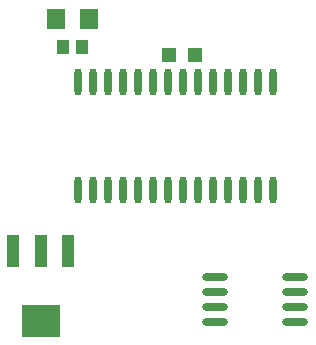
<source format=gtp>
G04 Layer_Color=8421504*
%FSLAX43Y43*%
%MOMM*%
G71*
G01*
G75*
%ADD10O,0.600X2.300*%
%ADD11R,1.600X1.800*%
%ADD12R,1.000X1.300*%
%ADD13R,3.300X2.700*%
%ADD14R,1.000X2.700*%
%ADD15O,2.200X0.600*%
%ADD16R,1.250X1.300*%
D10*
X6858Y13230D02*
D03*
X8128D02*
D03*
X9398D02*
D03*
X10668D02*
D03*
X11938D02*
D03*
X13208D02*
D03*
X14478D02*
D03*
X15748D02*
D03*
X17018D02*
D03*
X18288D02*
D03*
X19558D02*
D03*
X20828D02*
D03*
X22098D02*
D03*
X23368D02*
D03*
X6858Y22330D02*
D03*
X8128D02*
D03*
X9398D02*
D03*
X10668D02*
D03*
X11938D02*
D03*
X13208D02*
D03*
X14478D02*
D03*
X15748D02*
D03*
X17018D02*
D03*
X18288D02*
D03*
X19558D02*
D03*
X20828D02*
D03*
X22098D02*
D03*
X23368D02*
D03*
D11*
X7750Y27686D02*
D03*
X4950D02*
D03*
D12*
X5550Y25273D02*
D03*
X7150D02*
D03*
D13*
X3683Y2130D02*
D03*
D14*
X1383Y8030D02*
D03*
X3683D02*
D03*
X5983D02*
D03*
D15*
X18444Y5842D02*
D03*
Y4572D02*
D03*
Y3302D02*
D03*
Y2032D02*
D03*
X25244Y5842D02*
D03*
Y4572D02*
D03*
Y3302D02*
D03*
Y2032D02*
D03*
D16*
X14521Y24638D02*
D03*
X16721D02*
D03*
M02*

</source>
